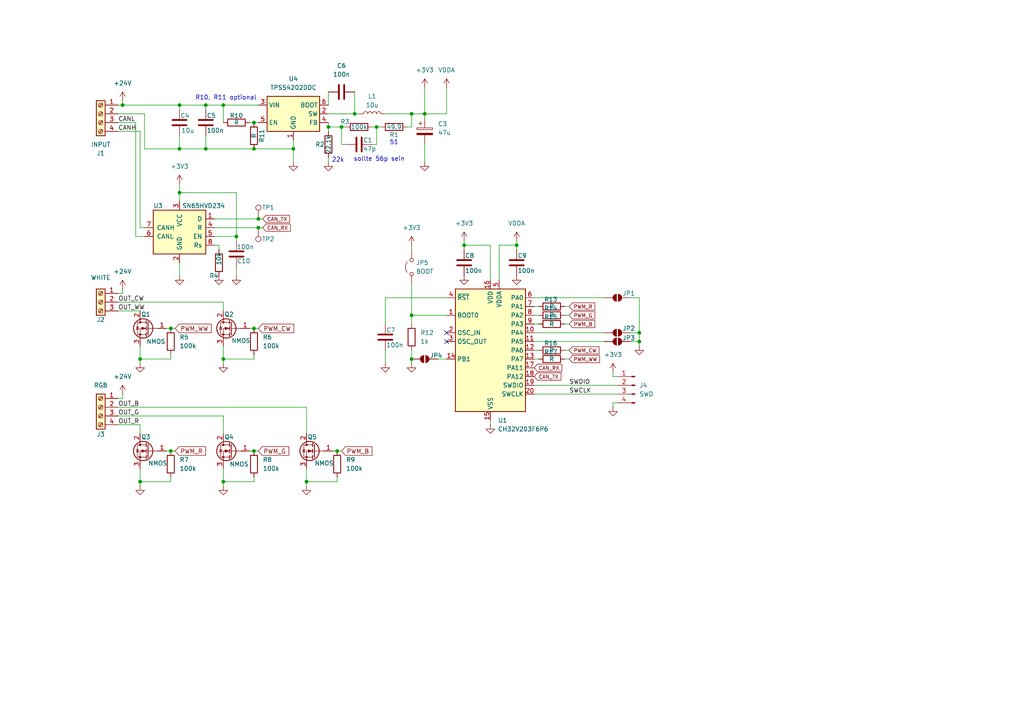
<source format=kicad_sch>
(kicad_sch (version 20250114) (generator "eeschema") (generator_version "9.0")
  (paper "A4")
  (lib_symbols
    (symbol "Connector:Conn_01x04_Pin" (pin_names (offset 1.016) (hide yes))
      (property "Reference" "J" (at 0 5.08 0))
      (property "Value" "Conn_01x04_Pin" (at 0 -7.62 0))
      (symbol "Conn_01x04_Pin_1_1"
        (rectangle (start 0.8636 2.667) (end 0 2.413) (stroke (width 0.1524)) (fill (type outline)))
        (rectangle (start 0.8636 0.127) (end 0 -0.127) (stroke (width 0.1524)) (fill (type outline)))
        (rectangle (start 0.8636 -2.413) (end 0 -2.667) (stroke (width 0.1524)) (fill (type outline)))
        (rectangle (start 0.8636 -4.953) (end 0 -5.207) (stroke (width 0.1524)) (fill (type outline)))
        (polyline (pts (xy 1.27 2.54) (xy 0.8636 2.54)) (stroke (width 0.1524)))
        (polyline (pts (xy 1.27 0) (xy 0.8636 0)) (stroke (width 0.1524)))
        (polyline (pts (xy 1.27 -2.54) (xy 0.8636 -2.54)) (stroke (width 0.1524)))
        (polyline (pts (xy 1.27 -5.08) (xy 0.8636 -5.08)) (stroke (width 0.1524)))
        (pin passive line (at 5.08 2.54 180) (length 3.81) (name "Pin_1") (number "1"))
        (pin passive line (at 5.08 0 180) (length 3.81) (name "Pin_2") (number "2"))
        (pin passive line (at 5.08 -2.54 180) (length 3.81) (name "Pin_3") (number "3"))
        (pin passive line (at 5.08 -5.08 180) (length 3.81) (name "Pin_4") (number "4"))
      )
    )
    (symbol "Connector:Screw_Terminal_01x03" (pin_names (offset 1.016) (hide yes))
      (property "Reference" "J" (at 0 5.08 0))
      (property "Value" "Screw_Terminal_01x03" (at 0 -5.08 0))
      (symbol "Screw_Terminal_01x03_1_1"
        (rectangle (start -1.27 3.81) (end 1.27 -3.81) (stroke (width 0.254)) (fill (type background)))
        (polyline (pts (xy -0.5334 2.8702) (xy 0.3302 2.032)) (stroke (width 0.1524)))
        (polyline (pts (xy -0.5334 0.3302) (xy 0.3302 -0.508)) (stroke (width 0.1524)))
        (polyline (pts (xy -0.5334 -2.2098) (xy 0.3302 -3.048)) (stroke (width 0.1524)))
        (polyline (pts (xy -0.3556 3.048) (xy 0.508 2.2098)) (stroke (width 0.1524)))
        (polyline (pts (xy -0.3556 0.508) (xy 0.508 -0.3302)) (stroke (width 0.1524)))
        (polyline (pts (xy -0.3556 -2.032) (xy 0.508 -2.8702)) (stroke (width 0.1524)))
        (circle (center 0 2.54) (radius 0.635) (stroke (width 0.1524)))
        (circle (center 0 0) (radius 0.635) (stroke (width 0.1524)))
        (circle (center 0 -2.54) (radius 0.635) (stroke (width 0.1524)))
        (pin passive line (at -5.08 2.54 0) (length 3.81) (name "Pin_1") (number "1"))
        (pin passive line (at -5.08 0 0) (length 3.81) (name "Pin_2") (number "2"))
        (pin passive line (at -5.08 -2.54 0) (length 3.81) (name "Pin_3") (number "3"))
      )
    )
    (symbol "Connector:Screw_Terminal_01x04" (pin_names (offset 1.016) (hide yes))
      (property "Reference" "J" (at 0 5.08 0))
      (property "Value" "Screw_Terminal_01x04" (at 0 -7.62 0))
      (symbol "Screw_Terminal_01x04_1_1"
        (rectangle (start -1.27 3.81) (end 1.27 -6.35) (stroke (width 0.254)) (fill (type background)))
        (polyline (pts (xy -0.5334 2.8702) (xy 0.3302 2.032)) (stroke (width 0.1524)))
        (polyline (pts (xy -0.5334 0.3302) (xy 0.3302 -0.508)) (stroke (width 0.1524)))
        (polyline (pts (xy -0.5334 -2.2098) (xy 0.3302 -3.048)) (stroke (width 0.1524)))
        (polyline (pts (xy -0.5334 -4.7498) (xy 0.3302 -5.588)) (stroke (width 0.1524)))
        (polyline (pts (xy -0.3556 3.048) (xy 0.508 2.2098)) (stroke (width 0.1524)))
        (polyline (pts (xy -0.3556 0.508) (xy 0.508 -0.3302)) (stroke (width 0.1524)))
        (polyline (pts (xy -0.3556 -2.032) (xy 0.508 -2.8702)) (stroke (width 0.1524)))
        (polyline (pts (xy -0.3556 -4.572) (xy 0.508 -5.4102)) (stroke (width 0.1524)))
        (circle (center 0 2.54) (radius 0.635) (stroke (width 0.1524)))
        (circle (center 0 0) (radius 0.635) (stroke (width 0.1524)))
        (circle (center 0 -2.54) (radius 0.635) (stroke (width 0.1524)))
        (circle (center 0 -5.08) (radius 0.635) (stroke (width 0.1524)))
        (pin passive line (at -5.08 2.54 0) (length 3.81) (name "Pin_1") (number "1"))
        (pin passive line (at -5.08 0 0) (length 3.81) (name "Pin_2") (number "2"))
        (pin passive line (at -5.08 -2.54 0) (length 3.81) (name "Pin_3") (number "3"))
        (pin passive line (at -5.08 -5.08 0) (length 3.81) (name "Pin_4") (number "4"))
      )
    )
    (symbol "Connector:TestPoint" (pin_numbers (hide yes)) (pin_names (offset 0.762) (hide yes))
      (property "Reference" "TP" (at 0 6.858 0))
      (property "Value" "TestPoint" (at 0 5.08 0))
      (symbol "TestPoint_0_1"
        (circle (center 0 3.302) (radius 0.762))
      )
      (symbol "TestPoint_1_1"
        (pin passive line (at 0 0 90) (length 2.54) (name "1") (number "1"))
      )
    )
    (symbol "Device:C" (pin_numbers (hide yes)) (pin_names (offset 0.254))
      (property "Reference" "C" (at 0.635 2.54 0))
      (property "Value" "C" (at 0.635 -2.54 0))
      (symbol "C_0_1"
        (polyline (pts (xy -2.032 0.762) (xy 2.032 0.762)) (stroke (width 0.508)))
        (polyline (pts (xy -2.032 -0.762) (xy 2.032 -0.762)) (stroke (width 0.508)))
      )
      (symbol "C_1_1"
        (pin passive line (at 0 3.81 270) (length 2.794) (name "~") (number "1"))
        (pin passive line (at 0 -3.81 90) (length 2.794) (name "~") (number "2"))
      )
    )
    (symbol "Device:C_Polarized" (pin_numbers (hide yes)) (pin_names (offset 0.254))
      (property "Reference" "C" (at 0.635 2.54 0))
      (property "Value" "C_Polarized" (at 0.635 -2.54 0))
      (symbol "C_Polarized_0_1"
        (rectangle (start -2.286 0.508) (end 2.286 1.016))
        (polyline (pts (xy -1.778 2.286) (xy -0.762 2.286)))
        (polyline (pts (xy -1.27 2.794) (xy -1.27 1.778)))
        (rectangle (start 2.286 -0.508) (end -2.286 -1.016) (fill (type outline)))
      )
      (symbol "C_Polarized_1_1"
        (pin passive line (at 0 3.81 270) (length 2.794) (name "~") (number "1"))
        (pin passive line (at 0 -3.81 90) (length 2.794) (name "~") (number "2"))
      )
    )
    (symbol "Device:L" (pin_numbers (hide yes)) (pin_names (offset 1.016) (hide yes))
      (property "Reference" "L" (at -1.27 0 90))
      (property "Value" "L" (at 1.905 0 90))
      (symbol "L_0_1"
        (arc (start 0 2.54) (mid 0.6323 1.905) (end 0 1.27))
        (arc (start 0 1.27) (mid 0.6323 0.635) (end 0 0))
        (arc (start 0 0) (mid 0.6323 -0.635) (end 0 -1.27))
        (arc (start 0 -1.27) (mid 0.6323 -1.905) (end 0 -2.54))
      )
      (symbol "L_1_1"
        (pin passive line (at 0 3.81 270) (length 1.27) (name "1") (number "1"))
        (pin passive line (at 0 -3.81 90) (length 1.27) (name "2") (number "2"))
      )
    )
    (symbol "Device:R" (pin_numbers (hide yes)) (pin_names (offset 0))
      (property "Reference" "R" (at 2.032 0 90))
      (property "Value" "R" (at 0 0 90))
      (symbol "R_0_1"
        (rectangle (start -1.016 -2.54) (end 1.016 2.54) (stroke (width 0.254)))
      )
      (symbol "R_1_1"
        (pin passive line (at 0 3.81 270) (length 1.27) (name "~") (number "1"))
        (pin passive line (at 0 -3.81 90) (length 1.27) (name "~") (number "2"))
      )
    )
    (symbol "Interface_CAN_LIN:SN65HVD234" (pin_names (offset 1.016))
      (property "Reference" "U" (at -2.54 10.16 0))
      (property "Value" "SN65HVD234" (at -2.54 7.62 0))
      (symbol "SN65HVD234_0_1"
        (rectangle (start -7.62 5.08) (end 7.62 -7.62) (stroke (width 0.254)) (fill (type background)))
      )
      (symbol "SN65HVD234_1_1"
        (pin input line (at -10.16 2.54 0) (length 2.54) (name "D") (number "1"))
        (pin output line (at -10.16 0 0) (length 2.54) (name "R") (number "4"))
        (pin input line (at -10.16 -2.54 0) (length 2.54) (name "EN") (number "5"))
        (pin input line (at -10.16 -5.08 0) (length 2.54) (name "Rs") (number "8"))
        (pin power_in line (at 0 7.62 270) (length 2.54) (name "VCC") (number "3"))
        (pin power_in line (at 0 -10.16 90) (length 2.54) (name "GND") (number "2"))
        (pin bidirectional line (at 10.16 0 180) (length 2.54) (name "CANH") (number "7"))
        (pin bidirectional line (at 10.16 -2.54 180) (length 2.54) (name "CANL") (number "6"))
      )
    )
    (symbol "Jumper:Jumper_2_Open" (pin_numbers (hide yes)) (pin_names (offset 0) (hide yes)) (exclude_from_sim yes)
      (property "Reference" "JP" (at 0 2.794 0))
      (property "Value" "Jumper_2_Open" (at 0 -2.286 0))
      (symbol "Jumper_2_Open_0_0"
        (circle (center -2.032 0) (radius 0.508))
        (circle (center 2.032 0) (radius 0.508))
      )
      (symbol "Jumper_2_Open_0_1"
        (arc (start -1.524 1.27) (mid 0 1.778) (end 1.524 1.27))
      )
      (symbol "Jumper_2_Open_1_1"
        (pin passive line (at -5.08 0 0) (length 2.54) (name "A") (number "1"))
        (pin passive line (at 5.08 0 180) (length 2.54) (name "B") (number "2"))
      )
    )
    (symbol "Jumper:SolderJumper_2_Open" (pin_numbers (hide yes)) (pin_names (offset 0) (hide yes)) (exclude_from_sim yes) (in_bom no)
      (property "Reference" "JP" (at 0 2.032 0))
      (property "Value" "SolderJumper_2_Open" (at 0 -2.54 0))
      (symbol "SolderJumper_2_Open_0_1"
        (polyline (pts (xy -0.254 1.016) (xy -0.254 -1.016)))
        (arc (start -0.254 -1.016) (mid -1.2656 0) (end -0.254 1.016))
        (arc (start -0.254 -1.016) (mid -1.2656 0) (end -0.254 1.016) (fill (type outline)))
        (arc (start 0.254 1.016) (mid 1.2656 0) (end 0.254 -1.016))
        (arc (start 0.254 1.016) (mid 1.2656 0) (end 0.254 -1.016) (fill (type outline)))
        (polyline (pts (xy 0.254 1.016) (xy 0.254 -1.016)))
      )
      (symbol "SolderJumper_2_Open_1_1"
        (pin passive line (at -3.81 0 0) (length 2.54) (name "A") (number "1"))
        (pin passive line (at 3.81 0 180) (length 2.54) (name "B") (number "2"))
      )
    )
    (symbol "MCU_WCH_CH32V2:CH32V203F6P6"
      (property "Reference" "U" (at -10.16 19.05 0))
      (property "Value" "CH32V203F6P6" (at 2.54 19.05 0))
      (symbol "CH32V203F6P6_0_1"
        (rectangle (start -10.16 -17.78) (end 10.16 17.78) (stroke (width 0.254)) (fill (type background)))
      )
      (symbol "CH32V203F6P6_1_1"
        (pin input line (at -12.7 15.24 0) (length 2.54) (name "~{RST}") (number "4"))
        (pin bidirectional line (at -12.7 10.16 0) (length 2.54) (name "BOOT0") (number "1"))
        (pin bidirectional line (at -12.7 5.08 0) (length 2.54) (name "OSC_IN") (number "2"))
        (pin bidirectional line (at -12.7 2.54 0) (length 2.54) (name "OSC_OUT") (number "3"))
        (pin bidirectional line (at -12.7 -2.54 0) (length 2.54) (name "PB1") (number "14"))
        (pin power_in line (at 0 20.32 270) (length 2.54) (name "VDD") (number "16"))
        (pin power_in line (at 0 -20.32 90) (length 2.54) (name "VSS") (number "15"))
        (pin power_in line (at 2.54 20.32 270) (length 2.54) (name "VDDA") (number "5"))
        (pin bidirectional line (at 12.7 15.24 180) (length 2.54) (name "PA0") (number "6"))
        (pin bidirectional line (at 12.7 12.7 180) (length 2.54) (name "PA1") (number "7"))
        (pin bidirectional line (at 12.7 10.16 180) (length 2.54) (name "PA2") (number "8"))
        (pin bidirectional line (at 12.7 7.62 180) (length 2.54) (name "PA3") (number "9"))
        (pin bidirectional line (at 12.7 5.08 180) (length 2.54) (name "PA4") (number "10"))
        (pin bidirectional line (at 12.7 2.54 180) (length 2.54) (name "PA5") (number "11"))
        (pin bidirectional line (at 12.7 0 180) (length 2.54) (name "PA6") (number "12"))
        (pin bidirectional line (at 12.7 -2.54 180) (length 2.54) (name "PA7") (number "13"))
        (pin bidirectional line (at 12.7 -5.08 180) (length 2.54) (name "PA11") (number "17"))
        (pin bidirectional line (at 12.7 -7.62 180) (length 2.54) (name "PA12") (number "18"))
        (pin bidirectional line (at 12.7 -10.16 180) (length 2.54) (name "SWDIO") (number "19"))
        (pin bidirectional line (at 12.7 -12.7 180) (length 2.54) (name "SWCLK") (number "20"))
      )
    )
    (symbol "Regulator_Switching:TPS54202DDC"
      (property "Reference" "U" (at -7.62 6.35 0))
      (property "Value" "TPS54202DDC" (at 0 6.35 0))
      (symbol "TPS54202DDC_0_1"
        (rectangle (start -7.62 5.08) (end 7.62 -5.08) (stroke (width 0.254)) (fill (type background)))
      )
      (symbol "TPS54202DDC_1_1"
        (pin power_in line (at -10.16 2.54 0) (length 2.54) (name "VIN") (number "3"))
        (pin input line (at -10.16 -2.54 0) (length 2.54) (name "EN") (number "5"))
        (pin power_in line (at 0 -7.62 90) (length 2.54) (name "GND") (number "1"))
        (pin passive line (at 10.16 2.54 180) (length 2.54) (name "BOOT") (number "6"))
        (pin power_out line (at 10.16 0 180) (length 2.54) (name "SW") (number "2"))
        (pin input line (at 10.16 -2.54 180) (length 2.54) (name "FB") (number "4"))
      )
    )
    (symbol "Transistor_FET:Q_NMOS_GDS" (pin_names (offset 0) (hide yes))
      (property "Reference" "Q" (at 5.08 1.905 0))
      (property "Value" "Q_NMOS_GDS" (at 5.08 0 0))
      (symbol "Q_NMOS_GDS_0_1"
        (polyline (pts (xy 0.254 1.905) (xy 0.254 -1.905)) (stroke (width 0.254)))
        (polyline (pts (xy 0.254 0) (xy -2.54 0)))
        (polyline (pts (xy 0.762 2.286) (xy 0.762 1.27)) (stroke (width 0.254)))
        (polyline (pts (xy 0.762 0.508) (xy 0.762 -0.508)) (stroke (width 0.254)))
        (polyline (pts (xy 0.762 -1.27) (xy 0.762 -2.286)) (stroke (width 0.254)))
        (polyline (pts (xy 0.762 -1.778) (xy 3.302 -1.778) (xy 3.302 1.778) (xy 0.762 1.778)))
        (polyline (pts (xy 1.016 0) (xy 2.032 0.381) (xy 2.032 -0.381) (xy 1.016 0)) (fill (type outline)))
        (circle (center 1.651 0) (radius 2.794) (stroke (width 0.254)))
        (polyline (pts (xy 2.54 2.54) (xy 2.54 1.778)))
        (circle (center 2.54 1.778) (radius 0.254) (fill (type outline)))
        (circle (center 2.54 -1.778) (radius 0.254) (fill (type outline)))
        (polyline (pts (xy 2.54 -2.54) (xy 2.54 0) (xy 0.762 0)))
        (polyline (pts (xy 2.921 0.381) (xy 3.683 0.381)))
        (polyline (pts (xy 3.302 0.381) (xy 2.921 -0.254) (xy 3.683 -0.254) (xy 3.302 0.381)))
      )
      (symbol "Q_NMOS_GDS_1_1"
        (pin input line (at -5.08 0 0) (length 2.54) (name "G") (number "1"))
        (pin passive line (at 2.54 5.08 270) (length 2.54) (name "D") (number "2"))
        (pin passive line (at 2.54 -5.08 90) (length 2.54) (name "S") (number "3"))
      )
    )
    (symbol "power:+24V" (power) (pin_numbers (hide yes)) (pin_names (offset 0) (hide yes))
      (property "Value" "+24V" (at 0 3.556 0))
      (symbol "+24V_0_1"
        (polyline (pts (xy -0.762 1.27) (xy 0 2.54)))
        (polyline (pts (xy 0 2.54) (xy 0.762 1.27)))
        (polyline (pts (xy 0 0) (xy 0 2.54)))
      )
      (symbol "+24V_1_1"
        (pin power_in line (at 0 0 90) (length 0) (name "~") (number "1"))
      )
    )
    (symbol "power:+3V3" (power) (pin_numbers (hide yes)) (pin_names (offset 0) (hide yes))
      (property "Value" "+3V3" (at 0 3.556 0))
      (symbol "+3V3_0_1"
        (polyline (pts (xy -0.762 1.27) (xy 0 2.54)))
        (polyline (pts (xy 0 2.54) (xy 0.762 1.27)))
        (polyline (pts (xy 0 0) (xy 0 2.54)))
      )
      (symbol "+3V3_1_1"
        (pin power_in line (at 0 0 90) (length 0) (name "~") (number "1"))
      )
    )
    (symbol "power:GND" (power) (pin_numbers (hide yes)) (pin_names (offset 0) (hide yes))
      (property "Value" "GND" (at 0 -3.81 0))
      (symbol "GND_0_1"
        (polyline (pts (xy 0 0) (xy 0 -1.27) (xy 1.27 -1.27) (xy 0 -2.54) (xy -1.27 -1.27) (xy 0 -1.27)))
      )
      (symbol "GND_1_1"
        (pin power_in line (at 0 0 270) (length 0) (name "~") (number "1"))
      )
    )
    (symbol "power:VDDA" (power) (pin_numbers (hide yes)) (pin_names (offset 0) (hide yes))
      (property "Value" "VDDA" (at 0 3.556 0))
      (symbol "VDDA_0_1"
        (polyline (pts (xy -0.762 1.27) (xy 0 2.54)))
        (polyline (pts (xy 0 2.54) (xy 0.762 1.27)))
        (polyline (pts (xy 0 0) (xy 0 2.54)))
      )
      (symbol "VDDA_1_1"
        (pin power_in line (at 0 0 90) (length 0) (name "~") (number "1"))
      )
    )
  )
  (text "22k" (at 98.044 46.482 0) (effects (font (size 1.27 1.27))))
  (text "51\n" (at 114.3 41.402 0) (effects (font (size 1.27 1.27))))
  (text "sollte 56p sein" (at 109.982 46.228 0) (effects (font (size 1.27 1.27))))
  (text "R10, R11 optional" (at 65.532 28.448 0) (effects (font (size 1.27 1.27))))
  (junction (at 40.64 139.7))
  (junction (at 52.07 55.88))
  (junction (at 134.62 71.12))
  (junction (at 95.25 36.83))
  (junction (at 97.79 130.81))
  (junction (at 119.38 91.44))
  (junction (at 64.77 104.14))
  (junction (at 74.93 66.04))
  (junction (at 40.64 104.14))
  (junction (at 49.53 95.25))
  (junction (at 64.77 30.48))
  (junction (at 102.87 33.02))
  (junction (at 68.58 68.58))
  (junction (at 73.66 35.56))
  (junction (at 88.9 139.7))
  (junction (at 109.22 36.83))
  (junction (at 35.56 30.48))
  (junction (at 119.38 33.02))
  (junction (at 73.66 130.81))
  (junction (at 49.53 130.81))
  (junction (at 52.07 43.18))
  (junction (at 185.42 99.06))
  (junction (at 73.66 95.25))
  (junction (at 52.07 30.48))
  (junction (at 123.19 33.02))
  (junction (at 185.42 96.52))
  (junction (at 59.69 30.48))
  (junction (at 149.86 71.12))
  (junction (at 99.06 36.83))
  (junction (at 73.66 43.18))
  (junction (at 64.77 139.7))
  (junction (at 74.93 63.5))
  (junction (at 85.09 43.18))
  (junction (at 59.69 43.18))
  (junction (at 119.38 104.14))
  (no_connect (at 129.54 96.52))
  (no_connect (at 129.54 99.06))
  (wire (pts (xy 73.66 139.7) (xy 64.77 139.7)))
  (wire (pts (xy 64.77 105.41) (xy 64.77 104.14)))
  (wire (pts (xy 73.66 138.43) (xy 73.66 139.7)))
  (wire (pts (xy 52.07 43.18) (xy 41.91 43.18)))
  (wire (pts (xy 40.64 123.19) (xy 40.64 125.73)))
  (wire (pts (xy 74.93 95.25) (xy 73.66 95.25)))
  (wire (pts (xy 154.94 111.76) (xy 179.07 111.76)))
  (wire (pts (xy 64.77 30.48) (xy 74.93 30.48)))
  (wire (pts (xy 39.37 35.56) (xy 39.37 68.58)))
  (wire (pts (xy 154.94 99.06) (xy 175.26 99.06)))
  (wire (pts (xy 40.64 140.97) (xy 40.64 139.7)))
  (wire (pts (xy 72.39 35.56) (xy 73.66 35.56)))
  (wire (pts (xy 52.07 53.34) (xy 52.07 55.88)))
  (wire (pts (xy 154.94 101.6) (xy 156.21 101.6)))
  (wire (pts (xy 179.07 116.84) (xy 177.8 116.84)))
  (wire (pts (xy 64.77 140.97) (xy 64.77 139.7)))
  (wire (pts (xy 144.78 71.12) (xy 149.86 71.12)))
  (wire (pts (xy 127 104.14) (xy 129.54 104.14)))
  (wire (pts (xy 95.25 45.72) (xy 95.25 46.99)))
  (wire (pts (xy 119.38 82.55) (xy 119.38 91.44)))
  (wire (pts (xy 154.94 96.52) (xy 175.26 96.52)))
  (wire (pts (xy 40.64 139.7) (xy 49.53 139.7)))
  (wire (pts (xy 68.58 77.47) (xy 68.58 80.01)))
  (wire (pts (xy 49.53 138.43) (xy 49.53 139.7)))
  (wire (pts (xy 119.38 91.44) (xy 129.54 91.44)))
  (wire (pts (xy 102.87 33.02) (xy 95.25 33.02)))
  (wire (pts (xy 149.86 69.85) (xy 149.86 71.12)))
  (wire (pts (xy 119.38 33.02) (xy 119.38 36.83)))
  (wire (pts (xy 64.77 125.73) (xy 64.77 120.65)))
  (wire (pts (xy 123.19 34.29) (xy 123.19 33.02)))
  (wire (pts (xy 119.38 36.83) (xy 118.11 36.83)))
  (wire (pts (xy 64.77 104.14) (xy 64.77 100.33)))
  (wire (pts (xy 100.33 36.83) (xy 99.06 36.83)))
  (wire (pts (xy 97.79 139.7) (xy 88.9 139.7)))
  (wire (pts (xy 185.42 96.52) (xy 185.42 99.06)))
  (wire (pts (xy 40.64 105.41) (xy 40.64 104.14)))
  (wire (pts (xy 34.29 115.57) (xy 35.56 115.57)))
  (wire (pts (xy 59.69 30.48) (xy 64.77 30.48)))
  (wire (pts (xy 111.76 33.02) (xy 119.38 33.02)))
  (wire (pts (xy 73.66 43.18) (xy 59.69 43.18)))
  (wire (pts (xy 99.06 36.83) (xy 95.25 36.83)))
  (wire (pts (xy 34.29 35.56) (xy 39.37 35.56)))
  (wire (pts (xy 59.69 43.18) (xy 59.69 39.37)))
  (wire (pts (xy 144.78 71.12) (xy 144.78 81.28)))
  (wire (pts (xy 74.93 130.81) (xy 73.66 130.81)))
  (wire (pts (xy 52.07 80.01) (xy 52.07 76.2)))
  (wire (pts (xy 34.29 118.11) (xy 88.9 118.11)))
  (wire (pts (xy 154.94 93.98) (xy 156.21 93.98)))
  (wire (pts (xy 59.69 30.48) (xy 59.69 31.75)))
  (wire (pts (xy 109.22 41.91) (xy 109.22 36.83)))
  (wire (pts (xy 73.66 130.81) (xy 72.39 130.81)))
  (wire (pts (xy 68.58 68.58) (xy 68.58 69.85)))
  (wire (pts (xy 74.93 66.04) (xy 62.23 66.04)))
  (wire (pts (xy 163.83 88.9) (xy 165.1 88.9)))
  (wire (pts (xy 40.64 66.04) (xy 40.64 38.1)))
  (wire (pts (xy 40.64 38.1) (xy 34.29 38.1)))
  (wire (pts (xy 68.58 55.88) (xy 68.58 68.58)))
  (wire (pts (xy 154.94 88.9) (xy 156.21 88.9)))
  (wire (pts (xy 34.29 90.17) (xy 40.64 90.17)))
  (wire (pts (xy 185.42 86.36) (xy 185.42 96.52)))
  (wire (pts (xy 73.66 102.87) (xy 73.66 104.14)))
  (wire (pts (xy 119.38 101.6) (xy 119.38 104.14)))
  (wire (pts (xy 49.53 104.14) (xy 40.64 104.14)))
  (wire (pts (xy 95.25 26.67) (xy 95.25 30.48)))
  (wire (pts (xy 52.07 30.48) (xy 59.69 30.48)))
  (wire (pts (xy 73.66 95.25) (xy 72.39 95.25)))
  (wire (pts (xy 177.8 116.84) (xy 177.8 118.11)))
  (wire (pts (xy 163.83 104.14) (xy 165.1 104.14)))
  (wire (pts (xy 73.66 35.56) (xy 74.93 35.56)))
  (wire (pts (xy 111.76 101.6) (xy 111.76 105.41)))
  (wire (pts (xy 85.09 43.18) (xy 85.09 46.99)))
  (wire (pts (xy 149.86 71.12) (xy 149.86 72.39)))
  (wire (pts (xy 95.25 36.83) (xy 95.25 38.1)))
  (wire (pts (xy 52.07 55.88) (xy 52.07 58.42)))
  (wire (pts (xy 39.37 68.58) (xy 41.91 68.58)))
  (wire (pts (xy 40.64 104.14) (xy 40.64 100.33)))
  (wire (pts (xy 163.83 93.98) (xy 165.1 93.98)))
  (wire (pts (xy 134.62 71.12) (xy 134.62 72.39)))
  (wire (pts (xy 107.95 41.91) (xy 109.22 41.91)))
  (wire (pts (xy 185.42 99.06) (xy 182.88 99.06)))
  (wire (pts (xy 76.2 63.5) (xy 74.93 63.5)))
  (wire (pts (xy 64.77 87.63) (xy 64.77 90.17)))
  (wire (pts (xy 76.2 66.04) (xy 74.93 66.04)))
  (wire (pts (xy 40.64 139.7) (xy 40.64 135.89)))
  (wire (pts (xy 100.33 41.91) (xy 99.06 41.91)))
  (wire (pts (xy 52.07 43.18) (xy 59.69 43.18)))
  (wire (pts (xy 34.29 120.65) (xy 64.77 120.65)))
  (wire (pts (xy 142.24 121.92) (xy 142.24 123.19)))
  (wire (pts (xy 123.19 25.4) (xy 123.19 33.02)))
  (wire (pts (xy 154.94 114.3) (xy 179.07 114.3)))
  (wire (pts (xy 64.77 30.48) (xy 64.77 35.56)))
  (wire (pts (xy 109.22 36.83) (xy 110.49 36.83)))
  (wire (pts (xy 119.38 33.02) (xy 123.19 33.02)))
  (wire (pts (xy 34.29 123.19) (xy 40.64 123.19)))
  (wire (pts (xy 134.62 71.12) (xy 142.24 71.12)))
  (wire (pts (xy 50.8 95.25) (xy 49.53 95.25)))
  (wire (pts (xy 62.23 71.12) (xy 63.5 71.12)))
  (wire (pts (xy 35.56 85.09) (xy 35.56 83.82)))
  (wire (pts (xy 34.29 87.63) (xy 64.77 87.63)))
  (wire (pts (xy 182.88 86.36) (xy 185.42 86.36)))
  (wire (pts (xy 154.94 86.36) (xy 175.26 86.36)))
  (wire (pts (xy 50.8 130.81) (xy 49.53 130.81)))
  (wire (pts (xy 119.38 72.39) (xy 119.38 71.12)))
  (wire (pts (xy 34.29 30.48) (xy 35.56 30.48)))
  (wire (pts (xy 88.9 140.97) (xy 88.9 139.7)))
  (wire (pts (xy 163.83 101.6) (xy 165.1 101.6)))
  (wire (pts (xy 88.9 139.7) (xy 88.9 135.89)))
  (wire (pts (xy 163.83 91.44) (xy 165.1 91.44)))
  (wire (pts (xy 119.38 93.98) (xy 119.38 91.44)))
  (wire (pts (xy 52.07 39.37) (xy 52.07 43.18)))
  (wire (pts (xy 52.07 55.88) (xy 68.58 55.88)))
  (wire (pts (xy 35.56 29.21) (xy 35.56 30.48)))
  (wire (pts (xy 52.07 30.48) (xy 52.07 31.75)))
  (wire (pts (xy 154.94 104.14) (xy 156.21 104.14)))
  (wire (pts (xy 49.53 95.25) (xy 48.26 95.25)))
  (wire (pts (xy 62.23 68.58) (xy 68.58 68.58)))
  (wire (pts (xy 35.56 30.48) (xy 52.07 30.48)))
  (wire (pts (xy 182.88 96.52) (xy 185.42 96.52)))
  (wire (pts (xy 41.91 66.04) (xy 40.64 66.04)))
  (wire (pts (xy 185.42 100.33) (xy 185.42 99.06)))
  (wire (pts (xy 107.95 36.83) (xy 109.22 36.83)))
  (wire (pts (xy 35.56 114.3) (xy 35.56 115.57)))
  (wire (pts (xy 179.07 109.22) (xy 177.8 109.22)))
  (wire (pts (xy 34.29 33.02) (xy 41.91 33.02)))
  (wire (pts (xy 154.94 91.44) (xy 156.21 91.44)))
  (wire (pts (xy 119.38 104.14) (xy 119.38 105.41)))
  (wire (pts (xy 74.93 63.5) (xy 62.23 63.5)))
  (wire (pts (xy 49.53 102.87) (xy 49.53 104.14)))
  (wire (pts (xy 111.76 93.98) (xy 111.76 86.36)))
  (wire (pts (xy 99.06 130.81) (xy 97.79 130.81)))
  (wire (pts (xy 88.9 118.11) (xy 88.9 125.73)))
  (wire (pts (xy 99.06 41.91) (xy 99.06 36.83)))
  (wire (pts (xy 102.87 26.67) (xy 102.87 33.02)))
  (wire (pts (xy 41.91 43.18) (xy 41.91 33.02)))
  (wire (pts (xy 95.25 36.83) (xy 95.25 35.56)))
  (wire (pts (xy 142.24 71.12) (xy 142.24 81.28)))
  (wire (pts (xy 34.29 85.09) (xy 35.56 85.09)))
  (wire (pts (xy 97.79 130.81) (xy 96.52 130.81)))
  (wire (pts (xy 97.79 138.43) (xy 97.79 139.7)))
  (wire (pts (xy 73.66 104.14) (xy 64.77 104.14)))
  (wire (pts (xy 63.5 71.12) (xy 63.5 72.39)))
  (wire (pts (xy 129.54 33.02) (xy 123.19 33.02)))
  (wire (pts (xy 177.8 109.22) (xy 177.8 107.95)))
  (wire (pts (xy 102.87 33.02) (xy 104.14 33.02)))
  (wire (pts (xy 85.09 43.18) (xy 85.09 40.64)))
  (wire (pts (xy 85.09 43.18) (xy 73.66 43.18)))
  (wire (pts (xy 49.53 130.81) (xy 48.26 130.81)))
  (wire (pts (xy 134.62 69.85) (xy 134.62 71.12)))
  (wire (pts (xy 111.76 86.36) (xy 129.54 86.36)))
  (wire (pts (xy 129.54 25.4) (xy 129.54 33.02)))
  (wire (pts (xy 123.19 41.91) (xy 123.19 46.99)))
  (wire (pts (xy 64.77 139.7) (xy 64.77 135.89)))
  (label "OUT_CW" (at 34.29 87.63 0))
  (label "OUT_WW" (at 34.29 90.17 0))
  (label "SWCLK" (at 165.1 114.3 0))
  (label "OUT_R" (at 34.29 123.19 0))
  (label "CANH" (at 34.29 38.1 0))
  (label "OUT_B" (at 34.29 118.11 0))
  (label "SWDIO" (at 165.1 111.76 0))
  (label "OUT_G" (at 34.29 120.65 0))
  (label "CANL" (at 34.29 35.56 0))
  (global_label "CAN_TX" (shape input) (at 154.94 109.22 0) (effects (font (size 1.0668 1.0668))) (property "Intersheetrefs" "${INTERSHEET_REFS}" (effects (hide yes))))
  (global_label "PWM_G" (shape input) (at 165.1 91.44 0) (effects (font (size 1.0668 1.0668))) (property "Intersheetrefs" "${INTERSHEET_REFS}" (effects (hide yes))))
  (global_label "PWM_B" (shape input) (at 165.1 93.98 0) (effects (font (size 1.0668 1.0668))) (property "Intersheetrefs" "${INTERSHEET_REFS}" (effects (hide yes))))
  (global_label "PWM_WW" (shape input) (at 165.1 104.14 0) (effects (font (size 1.0668 1.0668))) (property "Intersheetrefs" "${INTERSHEET_REFS}" (effects (hide yes))))
  (global_label "PWM_CW" (shape input) (at 74.93 95.25 0) (property "Intersheetrefs" "${INTERSHEET_REFS}" (effects (hide yes))))
  (global_label "CAN_RX" (shape input) (at 154.94 106.68 0) (effects (font (size 1.0668 1.0668))) (property "Intersheetrefs" "${INTERSHEET_REFS}" (effects (hide yes))))
  (global_label "CAN_TX" (shape input) (at 76.2 63.5 0) (effects (font (size 1.0668 1.0668))) (property "Intersheetrefs" "${INTERSHEET_REFS}" (effects (hide yes))))
  (global_label "CAN_RX" (shape input) (at 76.2 66.04 0) (effects (font (size 1.0668 1.0668))) (property "Intersheetrefs" "${INTERSHEET_REFS}" (effects (hide yes))))
  (global_label "PWM_R" (shape input) (at 165.1 88.9 0) (effects (font (size 1.0668 1.0668))) (property "Intersheetrefs" "${INTERSHEET_REFS}" (effects (hide yes))))
  (global_label "PWM_R" (shape input) (at 50.8 130.81 0) (property "Intersheetrefs" "${INTERSHEET_REFS}" (effects (hide yes))))
  (global_label "PWM_B" (shape input) (at 99.06 130.81 0) (property "Intersheetrefs" "${INTERSHEET_REFS}" (effects (hide yes))))
  (global_label "PWM_G" (shape input) (at 74.93 130.81 0) (property "Intersheetrefs" "${INTERSHEET_REFS}" (effects (hide yes))))
  (global_label "PWM_WW" (shape input) (at 50.8 95.25 0) (property "Intersheetrefs" "${INTERSHEET_REFS}" (effects (hide yes))))
  (global_label "PWM_CW" (shape input) (at 165.1 101.6 0) (effects (font (size 1.0668 1.0668))) (property "Intersheetrefs" "${INTERSHEET_REFS}" (effects (hide yes))))
  (symbol (lib_id "power:GND") (at 64.77 140.97 0) (unit 1)
    (property "Reference" "#PWR06" (effects (hide yes)))
    (property "Value" "GND" (effects (hide yes)))
    (property "Description" "Power symbol creates a global label with name \"GND\" , ground" (effects (hide yes)))
  )
  (symbol (lib_id "power:GND") (at 68.58 80.01 0) (unit 1)
    (property "Reference" "#PWR027" (effects (hide yes)))
    (property "Value" "GND" (effects (hide yes)))
    (property "Description" "Power symbol creates a global label with name \"GND\" , ground" (effects (hide yes)))
  )
  (symbol (lib_id "Regulator_Switching:TPS54202DDC") (at 85.09 33.02 0) (unit 1)
    (property "Reference" "U4" (at 85.09 22.86 0))
    (property "Value" "TPS54202DDC" (at 85.09 25.4 0))
    (property "Footprint" "Package_TO_SOT_SMD:SOT-23-6" (effects (hide yes)))
    (property "Datasheet" "http://www.ti.com/lit/ds/symlink/tps54202.pdf" (effects (hide yes)))
    (property "Description" "2A, 4.5 to 28V Input, EMI Friendly integrated switch synchronous step-down regulator, pulse-skipping, SOT-23-6" (effects (hide yes)))
  )
  (symbol (lib_id "power:GND") (at 95.25 46.99 0) (unit 1)
    (property "Reference" "#PWR05" (effects (hide yes)))
    (property "Value" "GND" (effects (hide yes)))
    (property "Description" "Power symbol creates a global label with name \"GND\" , ground" (effects (hide yes)))
  )
  (symbol (lib_id "Device:C") (at 134.62 76.2 0) (unit 1)
    (property "Reference" "C8" (at 134.874 74.168 0) (effects (justify left)))
    (property "Value" "100n" (at 134.874 78.486 0) (effects (justify left)))
    (property "Footprint" "Capacitor_SMD:C_0603_1608Metric" (effects (hide yes)))
    (property "Description" "Unpolarized capacitor" (effects (hide yes)))
  )
  (symbol (lib_id "Connector:Screw_Terminal_01x03") (at 29.21 87.63 0) (mirror y) (unit 1)
    (property "Reference" "J2" (at 29.21 92.71 0))
    (property "Value" "WHITE" (at 29.21 80.518 0))
    (property "Footprint" "TerminalBlock_MetzConnect:TerminalBlock_MetzConnect_Type086_RT03403HBLC_1x03_P3.81mm_Horizontal" (effects (hide yes)))
    (property "Description" "Generic screw terminal, single row, 01x03, script generated (kicad-library-utils/schlib/autogen/connector/)" (effects (hide yes)))
  )
  (symbol (lib_id "power:GND") (at 52.07 80.01 0) (unit 1)
    (property "Reference" "#PWR04" (effects (hide yes)))
    (property "Value" "GND" (effects (hide yes)))
    (property "Description" "Power symbol creates a global label with name \"GND\" , ground" (effects (hide yes)))
  )
  (symbol (lib_id "power:VDDA") (at 149.86 69.85 0) (unit 1)
    (property "Reference" "#PWR024" (effects (hide yes)))
    (property "Value" "VDDA" (at 149.86 64.77 0))
    (property "Description" "Power symbol creates a global label with name \"VDDA\"" (effects (hide yes)))
  )
  (symbol (lib_id "Device:R") (at 160.02 93.98 90) (unit 1)
    (property "Reference" "R15" (at 159.766 91.948 90))
    (property "Value" "R" (at 160.02 93.98 90))
    (property "Footprint" "Resistor_SMD:R_0603_1608Metric" (effects (hide yes)))
    (property "Description" "Resistor" (effects (hide yes)))
  )
  (symbol (lib_id "Transistor_FET:Q_NMOS_GDS") (at 43.18 95.25 0) (mirror y) (unit 1)
    (property "Reference" "Q1" (at 43.688 91.186 0) (effects (justify left)))
    (property "Value" "NMOS" (at 48.006 99.06 0) (effects (justify left)))
    (property "Footprint" "Package_TO_SOT_SMD:TO-252-2" (effects (hide yes)))
    (property "Description" "N-MOSFET transistor, gate/drain/source" (effects (hide yes)))
    (property "Sim.Device" "NMOS" (effects (hide yes)))
    (property "Sim.Type" "VDMOS" (effects (hide yes)))
    (property "Sim.Pins" "1=D 2=G 3=S" (effects (hide yes)))
  )
  (symbol (lib_id "Device:R") (at 119.38 97.79 0) (unit 1)
    (property "Reference" "R12" (at 121.92 96.5199 0) (effects (justify left)))
    (property "Value" "1k" (at 121.92 99.0599 0) (effects (justify left)))
    (property "Footprint" "Resistor_SMD:R_0603_1608Metric" (effects (hide yes)))
    (property "Description" "Resistor" (effects (hide yes)))
  )
  (symbol (lib_id "Jumper:SolderJumper_2_Open") (at 179.07 96.52 0) (unit 1) (exclude_from_sim yes) (in_bom no)
    (property "Reference" "JP2" (at 182.372 95.25 0))
    (property "Value" "SolderJumper_2_Open" (effects (hide yes)))
    (property "Footprint" "Jumper:SolderJumper-2_P1.3mm_Open_RoundedPad1.0x1.5mm" (effects (hide yes)))
    (property "Description" "Solder Jumper, 2-pole, open" (effects (hide yes)))
  )
  (symbol (lib_id "power:GND") (at 123.19 46.99 0) (unit 1)
    (property "Reference" "#PWR03" (effects (hide yes)))
    (property "Value" "GND" (effects (hide yes)))
    (property "Description" "Power symbol creates a global label with name \"GND\" , ground" (effects (hide yes)))
  )
  (symbol (lib_id "Connector:Conn_01x04_Pin") (at 184.15 111.76 0) (mirror y) (unit 1)
    (property "Reference" "J4" (at 185.42 111.7599 0) (effects (justify right)))
    (property "Value" "SWD" (at 185.42 114.2999 0) (effects (justify right)))
    (property "Footprint" "Connector_PinHeader_2.54mm:PinHeader_1x04_P2.54mm_Horizontal" (effects (hide yes)))
    (property "Description" "Generic connector, single row, 01x04, script generated" (effects (hide yes)))
  )
  (symbol (lib_id "power:GND") (at 111.76 105.41 0) (unit 1)
    (property "Reference" "#PWR021" (effects (hide yes)))
    (property "Value" "GND" (effects (hide yes)))
    (property "Description" "Power symbol creates a global label with name \"GND\" , ground" (effects (hide yes)))
  )
  (symbol (lib_id "Device:C") (at 149.86 76.2 0) (unit 1)
    (property "Reference" "C9" (at 150.114 74.168 0) (effects (justify left)))
    (property "Value" "100n" (at 150.114 78.486 0) (effects (justify left)))
    (property "Footprint" "Capacitor_SMD:C_0603_1608Metric" (effects (hide yes)))
    (property "Description" "Unpolarized capacitor" (effects (hide yes)))
  )
  (symbol (lib_id "Device:R") (at 114.3 36.83 270) (unit 1)
    (property "Reference" "R1" (at 114.3 39.116 90))
    (property "Value" "49.9" (at 114.3 36.83 90))
    (property "Footprint" "Resistor_SMD:R_0603_1608Metric" (effects (hide yes)))
    (property "Description" "Resistor" (effects (hide yes)))
  )
  (symbol (lib_id "Connector:TestPoint") (at 74.93 63.5 0) (unit 1)
    (property "Reference" "TP1" (at 75.946 60.198 0) (effects (justify left)))
    (property "Value" "TestPoint" (effects (hide yes)))
    (property "Footprint" "TestPoint:TestPoint_Pad_D1.5mm" (effects (hide yes)))
    (property "Description" "test point" (effects (hide yes)))
  )
  (symbol (lib_id "power:+3V3") (at 134.62 69.85 0) (unit 1)
    (property "Reference" "#PWR013" (effects (hide yes)))
    (property "Value" "+3V3" (at 134.62 64.77 0))
    (property "Description" "Power symbol creates a global label with name \"+3V3\"" (effects (hide yes)))
  )
  (symbol (lib_id "Connector:Screw_Terminal_01x04") (at 29.21 118.11 0) (mirror y) (unit 1)
    (property "Reference" "J3" (at 29.21 125.984 0))
    (property "Value" "RGB" (at 29.21 111.76 0))
    (property "Footprint" "TerminalBlock_MetzConnect:TerminalBlock_MetzConnect_Type086_RT03404HBLC_1x04_P3.81mm_Horizontal" (effects (hide yes)))
    (property "Description" "Generic screw terminal, single row, 01x04, script generated (kicad-library-utils/schlib/autogen/connector/)" (effects (hide yes)))
  )
  (symbol (lib_id "Device:C") (at 99.06 26.67 270) (unit 1)
    (property "Reference" "C6" (at 99.06 19.05 90))
    (property "Value" "100n" (at 99.06 21.59 90))
    (property "Footprint" "Capacitor_SMD:C_0603_1608Metric" (effects (hide yes)))
    (property "Description" "Unpolarized capacitor" (effects (hide yes)))
  )
  (symbol (lib_id "Device:R") (at 49.53 134.62 0) (unit 1)
    (property "Reference" "R7" (at 52.07 133.3499 0) (effects (justify left)))
    (property "Value" "100k" (at 52.07 135.8899 0) (effects (justify left)))
    (property "Footprint" "Resistor_SMD:R_0603_1608Metric" (effects (hide yes)))
    (property "Description" "Resistor" (effects (hide yes)))
  )
  (symbol (lib_id "Device:R") (at 160.02 88.9 90) (unit 1)
    (property "Reference" "R13" (at 159.766 86.868 90))
    (property "Value" "R" (at 160.02 88.9 90))
    (property "Footprint" "Resistor_SMD:R_0603_1608Metric" (effects (hide yes)))
    (property "Description" "Resistor" (effects (hide yes)))
  )
  (symbol (lib_id "power:+3V3") (at 123.19 25.4 0) (unit 1)
    (property "Reference" "#PWR010" (effects (hide yes)))
    (property "Value" "+3V3" (at 123.19 20.32 0))
    (property "Description" "Power symbol creates a global label with name \"+3V3\"" (effects (hide yes)))
  )
  (symbol (lib_id "Device:C_Polarized") (at 123.19 38.1 0) (unit 1)
    (property "Reference" "C3" (at 127 35.9409 0) (effects (justify left)))
    (property "Value" "47u" (at 127 38.4809 0) (effects (justify left)))
    (property "Footprint" "Capacitor_SMD:CP_Elec_4x5.4" (effects (hide yes)))
    (property "Description" "Polarized capacitor" (effects (hide yes)))
  )
  (symbol (lib_id "power:GND") (at 85.09 46.99 0) (unit 1)
    (property "Reference" "#PWR028" (effects (hide yes)))
    (property "Value" "GND" (effects (hide yes)))
    (property "Description" "Power symbol creates a global label with name \"GND\" , ground" (effects (hide yes)))
  )
  (symbol (lib_id "Transistor_FET:Q_NMOS_GDS") (at 43.18 130.81 0) (mirror y) (unit 1)
    (property "Reference" "Q3" (at 43.688 126.746 0) (effects (justify left)))
    (property "Value" "NMOS" (at 48.514 134.366 0) (effects (justify left)))
    (property "Footprint" "Package_TO_SOT_SMD:TO-252-2" (effects (hide yes)))
    (property "Description" "N-MOSFET transistor, gate/drain/source" (effects (hide yes)))
    (property "Sim.Device" "NMOS" (effects (hide yes)))
    (property "Sim.Type" "VDMOS" (effects (hide yes)))
    (property "Sim.Pins" "1=D 2=G 3=S" (effects (hide yes)))
  )
  (symbol (lib_id "Device:R") (at 97.79 134.62 0) (unit 1)
    (property "Reference" "R9" (at 100.33 133.3499 0) (effects (justify left)))
    (property "Value" "100k" (at 100.33 135.8899 0) (effects (justify left)))
    (property "Footprint" "Resistor_SMD:R_0603_1608Metric" (effects (hide yes)))
    (property "Description" "Resistor" (effects (hide yes)))
  )
  (symbol (lib_id "Device:C") (at 111.76 97.79 0) (unit 1)
    (property "Reference" "C7" (at 112.014 95.758 0) (effects (justify left)))
    (property "Value" "100n" (at 112.014 100.076 0) (effects (justify left)))
    (property "Footprint" "Capacitor_SMD:C_0603_1608Metric" (effects (hide yes)))
    (property "Description" "Unpolarized capacitor" (effects (hide yes)))
  )
  (symbol (lib_id "power:GND") (at 63.5 80.01 0) (unit 1)
    (property "Reference" "#PWR08" (effects (hide yes)))
    (property "Value" "GND" (effects (hide yes)))
    (property "Description" "Power symbol creates a global label with name \"GND\" , ground" (effects (hide yes)))
  )
  (symbol (lib_id "power:GND") (at 185.42 100.33 0) (unit 1)
    (property "Reference" "#PWR015" (effects (hide yes)))
    (property "Value" "GND" (effects (hide yes)))
    (property "Description" "Power symbol creates a global label with name \"GND\" , ground" (effects (hide yes)))
  )
  (symbol (lib_id "Device:R") (at 73.66 134.62 0) (unit 1)
    (property "Reference" "R8" (at 76.2 133.3499 0) (effects (justify left)))
    (property "Value" "100k" (at 76.2 135.8899 0) (effects (justify left)))
    (property "Footprint" "Resistor_SMD:R_0603_1608Metric" (effects (hide yes)))
    (property "Description" "Resistor" (effects (hide yes)))
  )
  (symbol (lib_id "Jumper:Jumper_2_Open") (at 119.38 77.47 90) (unit 1) (exclude_from_sim yes)
    (property "Reference" "JP5" (at 120.65 76.1999 90) (effects (justify right)))
    (property "Value" "BOOT" (at 120.65 78.7399 90) (effects (justify right)))
    (property "Footprint" "TestPoint:TestPoint_2Pads_Pitch2.54mm_Drill0.8mm" (effects (hide yes)))
    (property "Description" "Jumper, 2-pole, open" (effects (hide yes)))
  )
  (symbol (lib_id "power:+3V3") (at 119.38 71.12 0) (unit 1)
    (property "Reference" "#PWR026" (effects (hide yes)))
    (property "Value" "+3V3" (at 119.38 66.04 0))
    (property "Description" "Power symbol creates a global label with name \"+3V3\"" (effects (hide yes)))
  )
  (symbol (lib_id "Device:C") (at 52.07 35.56 0) (unit 1)
    (property "Reference" "C4" (at 52.324 33.528 0) (effects (justify left)))
    (property "Value" "10u" (at 52.578 37.846 0) (effects (justify left)))
    (property "Footprint" "Capacitor_SMD:C_0805_2012Metric" (effects (hide yes)))
    (property "Description" "Unpolarized capacitor" (effects (hide yes)))
  )
  (symbol (lib_id "Device:C") (at 59.69 35.56 0) (unit 1)
    (property "Reference" "C5" (at 59.944 33.528 0) (effects (justify left)))
    (property "Value" "100n" (at 59.944 37.846 0) (effects (justify left)))
    (property "Footprint" "Capacitor_SMD:C_0603_1608Metric" (effects (hide yes)))
    (property "Description" "Unpolarized capacitor" (effects (hide yes)))
  )
  (symbol (lib_id "power:+24V") (at 35.56 114.3 0) (unit 1)
    (property "Reference" "#PWR019" (effects (hide yes)))
    (property "Value" "+24V" (at 35.56 109.22 0))
    (property "Description" "Power symbol creates a global label with name \"+24V\"" (effects (hide yes)))
  )
  (symbol (lib_id "Transistor_FET:Q_NMOS_GDS") (at 67.31 95.25 0) (mirror y) (unit 1)
    (property "Reference" "Q2" (at 67.818 91.186 0) (effects (justify left)))
    (property "Value" "NMOS" (at 72.644 98.806 0) (effects (justify left)))
    (property "Footprint" "Package_TO_SOT_SMD:TO-252-2" (effects (hide yes)))
    (property "Description" "N-MOSFET transistor, gate/drain/source" (effects (hide yes)))
    (property "Sim.Device" "NMOS" (effects (hide yes)))
    (property "Sim.Type" "VDMOS" (effects (hide yes)))
    (property "Sim.Pins" "1=D 2=G 3=S" (effects (hide yes)))
  )
  (symbol (lib_id "power:GND") (at 142.24 123.19 0) (unit 1)
    (property "Reference" "#PWR014" (effects (hide yes)))
    (property "Value" "GND" (effects (hide yes)))
    (property "Description" "Power symbol creates a global label with name \"GND\" , ground" (effects (hide yes)))
  )
  (symbol (lib_id "Device:C") (at 68.58 73.66 180) (unit 1)
    (property "Reference" "C10" (at 72.644 75.692 0) (effects (justify left)))
    (property "Value" "100n" (at 73.66 71.628 0) (effects (justify left)))
    (property "Footprint" "Capacitor_SMD:C_0603_1608Metric" (effects (hide yes)))
    (property "Description" "Unpolarized capacitor" (effects (hide yes)))
  )
  (symbol (lib_id "Jumper:SolderJumper_2_Open") (at 179.07 99.06 0) (unit 1) (exclude_from_sim yes) (in_bom no)
    (property "Reference" "JP3" (at 182.372 98.044 0))
    (property "Value" "SolderJumper_2_Open" (effects (hide yes)))
    (property "Footprint" "Jumper:SolderJumper-2_P1.3mm_Open_RoundedPad1.0x1.5mm" (effects (hide yes)))
    (property "Description" "Solder Jumper, 2-pole, open" (effects (hide yes)))
  )
  (symbol (lib_id "Device:R") (at 160.02 104.14 90) (unit 1)
    (property "Reference" "R17" (at 159.766 102.108 90))
    (property "Value" "R" (at 160.02 104.14 90))
    (property "Footprint" "Resistor_SMD:R_0603_1608Metric" (effects (hide yes)))
    (property "Description" "Resistor" (effects (hide yes)))
  )
  (symbol (lib_id "Jumper:SolderJumper_2_Open") (at 179.07 86.36 0) (unit 1) (exclude_from_sim yes) (in_bom no)
    (property "Reference" "JP1" (at 182.372 85.09 0))
    (property "Value" "SolderJumper_2_Open" (effects (hide yes)))
    (property "Footprint" "Jumper:SolderJumper-2_P1.3mm_Open_RoundedPad1.0x1.5mm" (effects (hide yes)))
    (property "Description" "Solder Jumper, 2-pole, open" (effects (hide yes)))
  )
  (symbol (lib_id "Device:R") (at 63.5 76.2 0) (unit 1)
    (property "Reference" "R4" (at 60.706 80.01 0) (effects (justify left)))
    (property "Value" "10k" (at 63.5 76.962 90) (effects (justify left)))
    (property "Footprint" "Resistor_SMD:R_0603_1608Metric" (effects (hide yes)))
    (property "Description" "Resistor" (effects (hide yes)))
  )
  (symbol (lib_id "power:GND") (at 119.38 105.41 0) (unit 1)
    (property "Reference" "#PWR016" (effects (hide yes)))
    (property "Value" "GND" (effects (hide yes)))
    (property "Description" "Power symbol creates a global label with name \"GND\" , ground" (effects (hide yes)))
  )
  (symbol (lib_id "power:GND") (at 40.64 105.41 0) (unit 1)
    (property "Reference" "#PWR017" (effects (hide yes)))
    (property "Value" "GND" (effects (hide yes)))
    (property "Description" "Power symbol creates a global label with name \"GND\" , ground" (effects (hide yes)))
  )
  (symbol (lib_id "Device:L") (at 107.95 33.02 90) (unit 1)
    (property "Reference" "L1" (at 107.95 27.94 90))
    (property "Value" "10u" (at 107.95 30.48 90))
    (property "Footprint" "dimmer-pcb:L_TECHFUSE_SL0420" (effects (hide yes)))
    (property "Description" "Inductor" (effects (hide yes)))
  )
  (symbol (lib_id "Device:R") (at 104.14 36.83 90) (unit 1)
    (property "Reference" "R3" (at 100.076 35.306 90))
    (property "Value" "100k" (at 104.14 36.83 90))
    (property "Footprint" "Resistor_SMD:R_0603_1608Metric" (effects (hide yes)))
    (property "Description" "Resistor" (effects (hide yes)))
  )
  (symbol (lib_id "Device:R") (at 160.02 91.44 90) (unit 1)
    (property "Reference" "R14" (at 159.766 89.408 90))
    (property "Value" "R" (at 160.02 91.44 90))
    (property "Footprint" "Resistor_SMD:R_0603_1608Metric" (effects (hide yes)))
    (property "Description" "Resistor" (effects (hide yes)))
  )
  (symbol (lib_id "power:+3V3") (at 177.8 107.95 0) (unit 1)
    (property "Reference" "#PWR012" (effects (hide yes)))
    (property "Value" "+3V3" (at 177.8 102.87 0))
    (property "Description" "Power symbol creates a global label with name \"+3V3\"" (effects (hide yes)))
  )
  (symbol (lib_id "Device:C") (at 104.14 41.91 90) (unit 1)
    (property "Reference" "C1" (at 106.68 40.64 90))
    (property "Value" "47p" (at 107.188 43.18 90))
    (property "Footprint" "Capacitor_SMD:C_0603_1608Metric" (effects (hide yes)))
    (property "Description" "Unpolarized capacitor" (effects (hide yes)))
  )
  (symbol (lib_id "power:GND") (at 64.77 105.41 0) (unit 1)
    (property "Reference" "#PWR018" (effects (hide yes)))
    (property "Value" "GND" (effects (hide yes)))
    (property "Description" "Power symbol creates a global label with name \"GND\" , ground" (effects (hide yes)))
  )
  (symbol (lib_id "Interface_CAN_LIN:SN65HVD234") (at 52.07 66.04 0) (mirror y) (unit 1)
    (property "Reference" "U3" (at 44.45 59.69 0) (effects (justify right)))
    (property "Value" "SN65HVD234" (at 52.832 59.69 0) (effects (justify right)))
    (property "Footprint" "Package_SO:SOIC-8_3.9x4.9mm_P1.27mm" (effects (hide yes)))
    (property "Datasheet" "http://www.ti.com/lit/ds/symlink/sn65hvd234.pdf" (effects (hide yes)))
    (property "Description" "CAN Bus Transceiver, 3.3V, 1Mbps, Enable feature, SOIC-8" (effects (hide yes)))
  )
  (symbol (lib_id "Connector:Screw_Terminal_01x04") (at 29.21 33.02 0) (mirror y) (unit 1)
    (property "Reference" "J1" (at 29.21 44.45 0))
    (property "Value" "INPUT" (at 29.21 41.91 0))
    (property "Footprint" "TerminalBlock_MetzConnect:TerminalBlock_MetzConnect_Type086_RT03404HBLC_1x04_P3.81mm_Horizontal" (effects (hide yes)))
    (property "Description" "Generic screw terminal, single row, 01x04, script generated (kicad-library-utils/schlib/autogen/connector/)" (effects (hide yes)))
  )
  (symbol (lib_id "power:+24V") (at 35.56 83.82 0) (unit 1)
    (property "Reference" "#PWR02" (effects (hide yes)))
    (property "Value" "+24V" (at 35.56 78.74 0))
    (property "Description" "Power symbol creates a global label with name \"+24V\"" (effects (hide yes)))
  )
  (symbol (lib_id "power:GND") (at 88.9 140.97 0) (unit 1)
    (property "Reference" "#PWR07" (effects (hide yes)))
    (property "Value" "GND" (effects (hide yes)))
    (property "Description" "Power symbol creates a global label with name \"GND\" , ground" (effects (hide yes)))
  )
  (symbol (lib_id "power:GND") (at 134.62 80.01 0) (unit 1)
    (property "Reference" "#PWR022" (effects (hide yes)))
    (property "Value" "GND" (effects (hide yes)))
    (property "Description" "Power symbol creates a global label with name \"GND\" , ground" (effects (hide yes)))
  )
  (symbol (lib_id "power:GND") (at 40.64 140.97 0) (unit 1)
    (property "Reference" "#PWR020" (effects (hide yes)))
    (property "Value" "GND" (effects (hide yes)))
    (property "Description" "Power symbol creates a global label with name \"GND\" , ground" (effects (hide yes)))
  )
  (symbol (lib_id "power:VDDA") (at 129.54 25.4 0) (unit 1)
    (property "Reference" "#PWR025" (effects (hide yes)))
    (property "Value" "VDDA" (at 129.54 20.32 0))
    (property "Description" "Power symbol creates a global label with name \"VDDA\"" (effects (hide yes)))
  )
  (symbol (lib_id "power:GND") (at 149.86 80.01 0) (unit 1)
    (property "Reference" "#PWR023" (effects (hide yes)))
    (property "Value" "GND" (effects (hide yes)))
    (property "Description" "Power symbol creates a global label with name \"GND\" , ground" (effects (hide yes)))
  )
  (symbol (lib_id "Device:R") (at 49.53 99.06 0) (unit 1)
    (property "Reference" "R5" (at 52.07 97.7899 0) (effects (justify left)))
    (property "Value" "100k" (at 52.07 100.3299 0) (effects (justify left)))
    (property "Footprint" "Resistor_SMD:R_0603_1608Metric" (effects (hide yes)))
    (property "Description" "Resistor" (effects (hide yes)))
  )
  (symbol (lib_id "power:+24V") (at 35.56 29.21 0) (unit 1)
    (property "Reference" "#PWR01" (effects (hide yes)))
    (property "Value" "+24V" (at 35.56 24.13 0))
    (property "Description" "Power symbol creates a global label with name \"+24V\"" (effects (hide yes)))
  )
  (symbol (lib_id "Device:R") (at 68.58 35.56 270) (unit 1)
    (property "Reference" "R10" (at 68.58 33.528 90))
    (property "Value" "R" (at 68.58 35.56 90))
    (property "Footprint" "Resistor_SMD:R_0603_1608Metric" (effects (hide yes)))
    (property "Description" "Resistor" (effects (hide yes)))
  )
  (symbol (lib_id "power:GND") (at 177.8 118.11 0) (unit 1)
    (property "Reference" "#PWR09" (effects (hide yes)))
    (property "Value" "GND" (effects (hide yes)))
    (property "Description" "Power symbol creates a global label with name \"GND\" , ground" (effects (hide yes)))
  )
  (symbol (lib_id "Device:R") (at 160.02 101.6 90) (unit 1)
    (property "Reference" "R16" (at 159.766 99.568 90))
    (property "Value" "R" (at 160.02 101.6 90))
    (property "Footprint" "Resistor_SMD:R_0603_1608Metric" (effects (hide yes)))
    (property "Description" "Resistor" (effects (hide yes)))
  )
  (symbol (lib_id "Jumper:SolderJumper_2_Open") (at 123.19 104.14 0) (unit 1) (exclude_from_sim yes) (in_bom no)
    (property "Reference" "JP4" (at 126.492 103.124 0))
    (property "Value" "SolderJumper_2_Open" (effects (hide yes)))
    (property "Footprint" "Jumper:SolderJumper-2_P1.3mm_Open_RoundedPad1.0x1.5mm" (effects (hide yes)))
    (property "Description" "Solder Jumper, 2-pole, open" (effects (hide yes)))
  )
  (symbol (lib_id "Transistor_FET:Q_NMOS_GDS") (at 67.31 130.81 0) (mirror y) (unit 1)
    (property "Reference" "Q4" (at 67.818 126.746 0) (effects (justify left)))
    (property "Value" "NMOS" (at 72.136 134.62 0) (effects (justify left)))
    (property "Footprint" "Package_TO_SOT_SMD:TO-252-2" (effects (hide yes)))
    (property "Description" "N-MOSFET transistor, gate/drain/source" (effects (hide yes)))
    (property "Sim.Device" "NMOS" (effects (hide yes)))
    (property "Sim.Type" "VDMOS" (effects (hide yes)))
    (property "Sim.Pins" "1=D 2=G 3=S" (effects (hide yes)))
  )
  (symbol (lib_id "Device:R") (at 73.66 39.37 0) (unit 1)
    (property "Reference" "R11" (at 75.946 39.37 90))
    (property "Value" "R" (at 73.66 39.37 90))
    (property "Footprint" "Resistor_SMD:R_0603_1608Metric" (effects (hide yes)))
    (property "Description" "Resistor" (effects (hide yes)))
  )
  (symbol (lib_id "Device:R") (at 95.25 41.91 0) (unit 1)
    (property "Reference" "R2" (at 91.44 41.91 0) (effects (justify left)))
    (property "Value" "22.1k" (at 95.25 44.704 90) (effects (justify left)))
    (property "Footprint" "Resistor_SMD:R_0603_1608Metric" (effects (hide yes)))
    (property "Description" "Resistor" (effects (hide yes)))
  )
  (symbol (lib_id "MCU_WCH_CH32V2:CH32V203F6P6") (at 142.24 101.6 0) (unit 1)
    (property "Reference" "U1" (at 144.3833 121.92 0) (effects (justify left)))
    (property "Value" "CH32V203F6P6" (at 144.3833 124.46 0) (effects (justify left)))
    (property "Footprint" "Package_SO:TSSOP-20_4.4x6.5mm_P0.65mm" (effects (hide yes)))
    (property "Datasheet" "http://www.wch-ic.com/products/CH32V203.html" (effects (hide yes)))
    (property "Description" "The CH32V203 is an industrial-grade enhanced low-power general-purpose MCU based on 32-bit RISC-V core." (effects (hide yes)))
  )
  (symbol (lib_id "Connector:TestPoint") (at 74.93 66.04 180) (unit 1)
    (property "Reference" "TP2" (at 75.946 69.342 0) (effects (justify right)))
    (property "Value" "TestPoint" (effects (hide yes)))
    (property "Footprint" "TestPoint:TestPoint_Pad_D1.5mm" (effects (hide yes)))
    (property "Description" "test point" (effects (hide yes)))
  )
  (symbol (lib_id "Device:R") (at 73.66 99.06 0) (unit 1)
    (property "Reference" "R6" (at 76.2 97.7899 0) (effects (justify left)))
    (property "Value" "100k" (at 76.2 100.3299 0) (effects (justify left)))
    (property "Footprint" "Resistor_SMD:R_0603_1608Metric" (effects (hide yes)))
    (property "Description" "Resistor" (effects (hide yes)))
  )
  (symbol (lib_id "power:+3V3") (at 52.07 53.34 0) (unit 1)
    (property "Reference" "#PWR011" (effects (hide yes)))
    (property "Value" "+3V3" (at 52.07 48.26 0))
    (property "Description" "Power symbol creates a global label with name \"+3V3\"" (effects (hide yes)))
  )
  (symbol (lib_id "Transistor_FET:Q_NMOS_GDS") (at 91.44 130.81 0) (mirror y) (unit 1)
    (property "Reference" "Q5" (at 91.948 126.746 0) (effects (justify left)))
    (property "Value" "NMOS" (at 96.774 134.366 0) (effects (justify left)))
    (property "Footprint" "Package_TO_SOT_SMD:TO-252-2" (effects (hide yes)))
    (property "Description" "N-MOSFET transistor, gate/drain/source" (effects (hide yes)))
    (property "Sim.Device" "NMOS" (effects (hide yes)))
    (property "Sim.Type" "VDMOS" (effects (hide yes)))
    (property "Sim.Pins" "1=D 2=G 3=S" (effects (hide yes)))
  )
)
</source>
